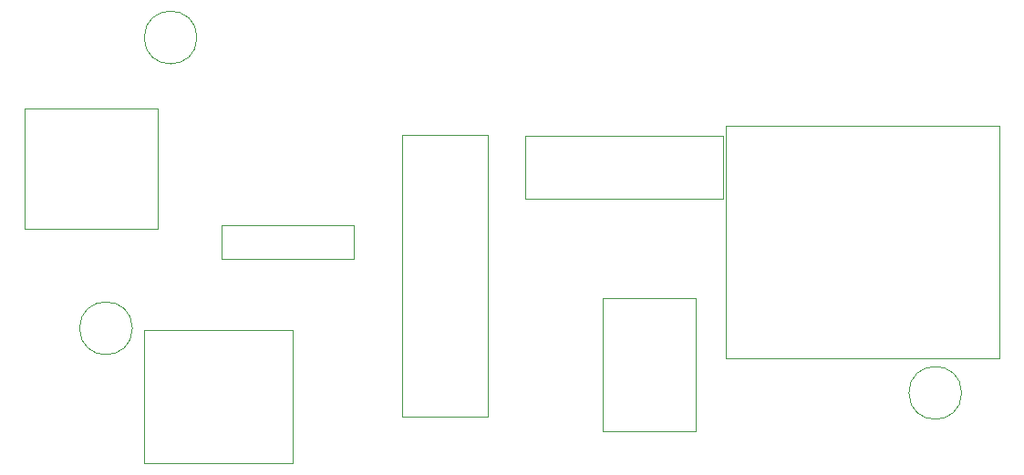
<source format=gbr>
G04 #@! TF.GenerationSoftware,KiCad,Pcbnew,(5.0.2)-1*
G04 #@! TF.CreationDate,2019-11-09T14:17:09+01:00*
G04 #@! TF.ProjectId,MPX_Alimentation,4d50585f-416c-4696-9d65-6e746174696f,v1.0*
G04 #@! TF.SameCoordinates,Original*
G04 #@! TF.FileFunction,Other,User*
%FSLAX46Y46*%
G04 Gerber Fmt 4.6, Leading zero omitted, Abs format (unit mm)*
G04 Created by KiCad (PCBNEW (5.0.2)-1) date 09/11/2019 14:17:09*
%MOMM*%
%LPD*%
G01*
G04 APERTURE LIST*
%ADD10C,0.050000*%
%ADD11C,0.120000*%
G04 APERTURE END LIST*
D10*
G04 #@! TO.C,D1*
X166320000Y-88994000D02*
X166320000Y-83094000D01*
X166320000Y-83094000D02*
X147970000Y-83094000D01*
X147970000Y-83094000D02*
X147970000Y-88994000D01*
X147970000Y-88994000D02*
X166320000Y-88994000D01*
G04 #@! TO.C,R1*
X132050000Y-94600000D02*
X132050000Y-91400000D01*
X132050000Y-91400000D02*
X119750000Y-91400000D01*
X119750000Y-91400000D02*
X119750000Y-94600000D01*
X119750000Y-94600000D02*
X132050000Y-94600000D01*
G04 #@! TO.C,F1*
X136540000Y-109214000D02*
X136540000Y-83064000D01*
X136540000Y-109214000D02*
X144460000Y-109214000D01*
X144460000Y-83064000D02*
X136540000Y-83064000D01*
X144460000Y-83064000D02*
X144460000Y-109214000D01*
D11*
G04 #@! TO.C,P4*
X166545000Y-82205000D02*
X166545000Y-103795000D01*
X166545000Y-103795000D02*
X191945000Y-103795000D01*
X191945000Y-103795000D02*
X191945000Y-82205000D01*
X191945000Y-82205000D02*
X166545000Y-82205000D01*
D10*
G04 #@! TO.C,P1*
X163800000Y-98200000D02*
X155150000Y-98200000D01*
X155150000Y-98200000D02*
X155150000Y-110550000D01*
X155150000Y-110550000D02*
X163800000Y-110550000D01*
X163800000Y-110550000D02*
X163800000Y-98200000D01*
G04 #@! TO.C,P2*
X126300000Y-101200000D02*
X112550000Y-101200000D01*
X112550000Y-101200000D02*
X112550000Y-113550000D01*
X112550000Y-113550000D02*
X126300000Y-113550000D01*
X126300000Y-113550000D02*
X126300000Y-101200000D01*
G04 #@! TO.C,P3*
X113800000Y-91800000D02*
X113800000Y-80600000D01*
X113800000Y-80600000D02*
X101450000Y-80600000D01*
X101450000Y-80600000D02*
X101450000Y-91800000D01*
X101450000Y-91800000D02*
X113800000Y-91800000D01*
G04 #@! TO.C,A1*
X188450000Y-107000000D02*
G75*
G03X188450000Y-107000000I-2450000J0D01*
G01*
G04 #@! TO.C,B1*
X117450000Y-74000000D02*
G75*
G03X117450000Y-74000000I-2450000J0D01*
G01*
G04 #@! TO.C,C1*
X111450000Y-101000000D02*
G75*
G03X111450000Y-101000000I-2450000J0D01*
G01*
G04 #@! TD*
M02*

</source>
